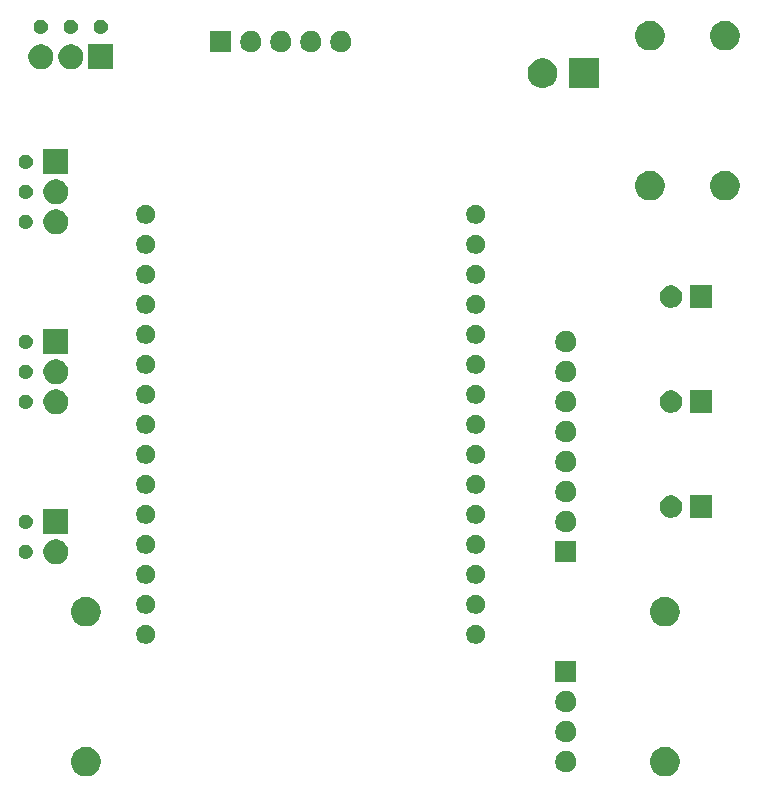
<source format=gbr>
G04 #@! TF.GenerationSoftware,KiCad,Pcbnew,(5.1.5)-3*
G04 #@! TF.CreationDate,2021-07-04T23:47:12+02:00*
G04 #@! TF.ProjectId,RGB_Treppe,5247425f-5472-4657-9070-652e6b696361,rev?*
G04 #@! TF.SameCoordinates,Original*
G04 #@! TF.FileFunction,Soldermask,Top*
G04 #@! TF.FilePolarity,Negative*
%FSLAX46Y46*%
G04 Gerber Fmt 4.6, Leading zero omitted, Abs format (unit mm)*
G04 Created by KiCad (PCBNEW (5.1.5)-3) date 2021-07-04 23:47:12*
%MOMM*%
%LPD*%
G04 APERTURE LIST*
%ADD10C,0.100000*%
G04 APERTURE END LIST*
D10*
G36*
X185276903Y-119447075D02*
G01*
X185504571Y-119541378D01*
X185709466Y-119678285D01*
X185883715Y-119852534D01*
X186020622Y-120057429D01*
X186114925Y-120285097D01*
X186163000Y-120526787D01*
X186163000Y-120773213D01*
X186114925Y-121014903D01*
X186020622Y-121242571D01*
X185883715Y-121447466D01*
X185709466Y-121621715D01*
X185504571Y-121758622D01*
X185504570Y-121758623D01*
X185504569Y-121758623D01*
X185276903Y-121852925D01*
X185035214Y-121901000D01*
X184788786Y-121901000D01*
X184547097Y-121852925D01*
X184319431Y-121758623D01*
X184319430Y-121758623D01*
X184319429Y-121758622D01*
X184114534Y-121621715D01*
X183940285Y-121447466D01*
X183803378Y-121242571D01*
X183709075Y-121014903D01*
X183661000Y-120773213D01*
X183661000Y-120526787D01*
X183709075Y-120285097D01*
X183803378Y-120057429D01*
X183940285Y-119852534D01*
X184114534Y-119678285D01*
X184319429Y-119541378D01*
X184547097Y-119447075D01*
X184788786Y-119399000D01*
X185035214Y-119399000D01*
X185276903Y-119447075D01*
G37*
G36*
X136254903Y-119447075D02*
G01*
X136482571Y-119541378D01*
X136687466Y-119678285D01*
X136861715Y-119852534D01*
X136998622Y-120057429D01*
X137092925Y-120285097D01*
X137141000Y-120526787D01*
X137141000Y-120773213D01*
X137092925Y-121014903D01*
X136998622Y-121242571D01*
X136861715Y-121447466D01*
X136687466Y-121621715D01*
X136482571Y-121758622D01*
X136482570Y-121758623D01*
X136482569Y-121758623D01*
X136254903Y-121852925D01*
X136013214Y-121901000D01*
X135766786Y-121901000D01*
X135525097Y-121852925D01*
X135297431Y-121758623D01*
X135297430Y-121758623D01*
X135297429Y-121758622D01*
X135092534Y-121621715D01*
X134918285Y-121447466D01*
X134781378Y-121242571D01*
X134687075Y-121014903D01*
X134639000Y-120773213D01*
X134639000Y-120526787D01*
X134687075Y-120285097D01*
X134781378Y-120057429D01*
X134918285Y-119852534D01*
X135092534Y-119678285D01*
X135297429Y-119541378D01*
X135525097Y-119447075D01*
X135766786Y-119399000D01*
X136013214Y-119399000D01*
X136254903Y-119447075D01*
G37*
G36*
X176643512Y-119753927D02*
G01*
X176792812Y-119783624D01*
X176956784Y-119851544D01*
X177104354Y-119950147D01*
X177229853Y-120075646D01*
X177328456Y-120223216D01*
X177396376Y-120387188D01*
X177431000Y-120561259D01*
X177431000Y-120738741D01*
X177396376Y-120912812D01*
X177328456Y-121076784D01*
X177229853Y-121224354D01*
X177104354Y-121349853D01*
X176956784Y-121448456D01*
X176792812Y-121516376D01*
X176643512Y-121546073D01*
X176618742Y-121551000D01*
X176441258Y-121551000D01*
X176416488Y-121546073D01*
X176267188Y-121516376D01*
X176103216Y-121448456D01*
X175955646Y-121349853D01*
X175830147Y-121224354D01*
X175731544Y-121076784D01*
X175663624Y-120912812D01*
X175629000Y-120738741D01*
X175629000Y-120561259D01*
X175663624Y-120387188D01*
X175731544Y-120223216D01*
X175830147Y-120075646D01*
X175955646Y-119950147D01*
X176103216Y-119851544D01*
X176267188Y-119783624D01*
X176416488Y-119753927D01*
X176441258Y-119749000D01*
X176618742Y-119749000D01*
X176643512Y-119753927D01*
G37*
G36*
X176643512Y-117213927D02*
G01*
X176792812Y-117243624D01*
X176956784Y-117311544D01*
X177104354Y-117410147D01*
X177229853Y-117535646D01*
X177328456Y-117683216D01*
X177396376Y-117847188D01*
X177431000Y-118021259D01*
X177431000Y-118198741D01*
X177396376Y-118372812D01*
X177328456Y-118536784D01*
X177229853Y-118684354D01*
X177104354Y-118809853D01*
X176956784Y-118908456D01*
X176792812Y-118976376D01*
X176643512Y-119006073D01*
X176618742Y-119011000D01*
X176441258Y-119011000D01*
X176416488Y-119006073D01*
X176267188Y-118976376D01*
X176103216Y-118908456D01*
X175955646Y-118809853D01*
X175830147Y-118684354D01*
X175731544Y-118536784D01*
X175663624Y-118372812D01*
X175629000Y-118198741D01*
X175629000Y-118021259D01*
X175663624Y-117847188D01*
X175731544Y-117683216D01*
X175830147Y-117535646D01*
X175955646Y-117410147D01*
X176103216Y-117311544D01*
X176267188Y-117243624D01*
X176416488Y-117213927D01*
X176441258Y-117209000D01*
X176618742Y-117209000D01*
X176643512Y-117213927D01*
G37*
G36*
X176643512Y-114673927D02*
G01*
X176792812Y-114703624D01*
X176956784Y-114771544D01*
X177104354Y-114870147D01*
X177229853Y-114995646D01*
X177328456Y-115143216D01*
X177396376Y-115307188D01*
X177431000Y-115481259D01*
X177431000Y-115658741D01*
X177396376Y-115832812D01*
X177328456Y-115996784D01*
X177229853Y-116144354D01*
X177104354Y-116269853D01*
X176956784Y-116368456D01*
X176792812Y-116436376D01*
X176643512Y-116466073D01*
X176618742Y-116471000D01*
X176441258Y-116471000D01*
X176416488Y-116466073D01*
X176267188Y-116436376D01*
X176103216Y-116368456D01*
X175955646Y-116269853D01*
X175830147Y-116144354D01*
X175731544Y-115996784D01*
X175663624Y-115832812D01*
X175629000Y-115658741D01*
X175629000Y-115481259D01*
X175663624Y-115307188D01*
X175731544Y-115143216D01*
X175830147Y-114995646D01*
X175955646Y-114870147D01*
X176103216Y-114771544D01*
X176267188Y-114703624D01*
X176416488Y-114673927D01*
X176441258Y-114669000D01*
X176618742Y-114669000D01*
X176643512Y-114673927D01*
G37*
G36*
X177431000Y-113931000D02*
G01*
X175629000Y-113931000D01*
X175629000Y-112129000D01*
X177431000Y-112129000D01*
X177431000Y-113931000D01*
G37*
G36*
X169147142Y-109073242D02*
G01*
X169295101Y-109134529D01*
X169428255Y-109223499D01*
X169541501Y-109336745D01*
X169630471Y-109469899D01*
X169691758Y-109617858D01*
X169723000Y-109774925D01*
X169723000Y-109935075D01*
X169691758Y-110092142D01*
X169630471Y-110240101D01*
X169541501Y-110373255D01*
X169428255Y-110486501D01*
X169295101Y-110575471D01*
X169147142Y-110636758D01*
X168990075Y-110668000D01*
X168829925Y-110668000D01*
X168672858Y-110636758D01*
X168524899Y-110575471D01*
X168391745Y-110486501D01*
X168278499Y-110373255D01*
X168189529Y-110240101D01*
X168128242Y-110092142D01*
X168097000Y-109935075D01*
X168097000Y-109774925D01*
X168128242Y-109617858D01*
X168189529Y-109469899D01*
X168278499Y-109336745D01*
X168391745Y-109223499D01*
X168524899Y-109134529D01*
X168672858Y-109073242D01*
X168829925Y-109042000D01*
X168990075Y-109042000D01*
X169147142Y-109073242D01*
G37*
G36*
X141207142Y-109073242D02*
G01*
X141355101Y-109134529D01*
X141488255Y-109223499D01*
X141601501Y-109336745D01*
X141690471Y-109469899D01*
X141751758Y-109617858D01*
X141783000Y-109774925D01*
X141783000Y-109935075D01*
X141751758Y-110092142D01*
X141690471Y-110240101D01*
X141601501Y-110373255D01*
X141488255Y-110486501D01*
X141355101Y-110575471D01*
X141207142Y-110636758D01*
X141050075Y-110668000D01*
X140889925Y-110668000D01*
X140732858Y-110636758D01*
X140584899Y-110575471D01*
X140451745Y-110486501D01*
X140338499Y-110373255D01*
X140249529Y-110240101D01*
X140188242Y-110092142D01*
X140157000Y-109935075D01*
X140157000Y-109774925D01*
X140188242Y-109617858D01*
X140249529Y-109469899D01*
X140338499Y-109336745D01*
X140451745Y-109223499D01*
X140584899Y-109134529D01*
X140732858Y-109073242D01*
X140889925Y-109042000D01*
X141050075Y-109042000D01*
X141207142Y-109073242D01*
G37*
G36*
X185276903Y-106747075D02*
G01*
X185396813Y-106796743D01*
X185504571Y-106841378D01*
X185709466Y-106978285D01*
X185883715Y-107152534D01*
X186020622Y-107357429D01*
X186020623Y-107357431D01*
X186114925Y-107585097D01*
X186137801Y-107700100D01*
X186163000Y-107826787D01*
X186163000Y-108073213D01*
X186114925Y-108314903D01*
X186020622Y-108542571D01*
X185883715Y-108747466D01*
X185709466Y-108921715D01*
X185504571Y-109058622D01*
X185504570Y-109058623D01*
X185504569Y-109058623D01*
X185276903Y-109152925D01*
X185035214Y-109201000D01*
X184788786Y-109201000D01*
X184547097Y-109152925D01*
X184319431Y-109058623D01*
X184319430Y-109058623D01*
X184319429Y-109058622D01*
X184114534Y-108921715D01*
X183940285Y-108747466D01*
X183803378Y-108542571D01*
X183709075Y-108314903D01*
X183661000Y-108073213D01*
X183661000Y-107826787D01*
X183686200Y-107700100D01*
X183709075Y-107585097D01*
X183803377Y-107357431D01*
X183803378Y-107357429D01*
X183940285Y-107152534D01*
X184114534Y-106978285D01*
X184319429Y-106841378D01*
X184427188Y-106796743D01*
X184547097Y-106747075D01*
X184788786Y-106699000D01*
X185035214Y-106699000D01*
X185276903Y-106747075D01*
G37*
G36*
X136254903Y-106747075D02*
G01*
X136374813Y-106796743D01*
X136482571Y-106841378D01*
X136687466Y-106978285D01*
X136861715Y-107152534D01*
X136998622Y-107357429D01*
X136998623Y-107357431D01*
X137092925Y-107585097D01*
X137115801Y-107700100D01*
X137141000Y-107826787D01*
X137141000Y-108073213D01*
X137092925Y-108314903D01*
X136998622Y-108542571D01*
X136861715Y-108747466D01*
X136687466Y-108921715D01*
X136482571Y-109058622D01*
X136482570Y-109058623D01*
X136482569Y-109058623D01*
X136254903Y-109152925D01*
X136013214Y-109201000D01*
X135766786Y-109201000D01*
X135525097Y-109152925D01*
X135297431Y-109058623D01*
X135297430Y-109058623D01*
X135297429Y-109058622D01*
X135092534Y-108921715D01*
X134918285Y-108747466D01*
X134781378Y-108542571D01*
X134687075Y-108314903D01*
X134639000Y-108073213D01*
X134639000Y-107826787D01*
X134664200Y-107700100D01*
X134687075Y-107585097D01*
X134781377Y-107357431D01*
X134781378Y-107357429D01*
X134918285Y-107152534D01*
X135092534Y-106978285D01*
X135297429Y-106841378D01*
X135405188Y-106796743D01*
X135525097Y-106747075D01*
X135766786Y-106699000D01*
X136013214Y-106699000D01*
X136254903Y-106747075D01*
G37*
G36*
X169147142Y-106533242D02*
G01*
X169295101Y-106594529D01*
X169428255Y-106683499D01*
X169541501Y-106796745D01*
X169630471Y-106929899D01*
X169691758Y-107077858D01*
X169723000Y-107234925D01*
X169723000Y-107395075D01*
X169691758Y-107552142D01*
X169630471Y-107700101D01*
X169541501Y-107833255D01*
X169428255Y-107946501D01*
X169295101Y-108035471D01*
X169147142Y-108096758D01*
X168990075Y-108128000D01*
X168829925Y-108128000D01*
X168672858Y-108096758D01*
X168524899Y-108035471D01*
X168391745Y-107946501D01*
X168278499Y-107833255D01*
X168189529Y-107700101D01*
X168128242Y-107552142D01*
X168097000Y-107395075D01*
X168097000Y-107234925D01*
X168128242Y-107077858D01*
X168189529Y-106929899D01*
X168278499Y-106796745D01*
X168391745Y-106683499D01*
X168524899Y-106594529D01*
X168672858Y-106533242D01*
X168829925Y-106502000D01*
X168990075Y-106502000D01*
X169147142Y-106533242D01*
G37*
G36*
X141207142Y-106533242D02*
G01*
X141355101Y-106594529D01*
X141488255Y-106683499D01*
X141601501Y-106796745D01*
X141690471Y-106929899D01*
X141751758Y-107077858D01*
X141783000Y-107234925D01*
X141783000Y-107395075D01*
X141751758Y-107552142D01*
X141690471Y-107700101D01*
X141601501Y-107833255D01*
X141488255Y-107946501D01*
X141355101Y-108035471D01*
X141207142Y-108096758D01*
X141050075Y-108128000D01*
X140889925Y-108128000D01*
X140732858Y-108096758D01*
X140584899Y-108035471D01*
X140451745Y-107946501D01*
X140338499Y-107833255D01*
X140249529Y-107700101D01*
X140188242Y-107552142D01*
X140157000Y-107395075D01*
X140157000Y-107234925D01*
X140188242Y-107077858D01*
X140249529Y-106929899D01*
X140338499Y-106796745D01*
X140451745Y-106683499D01*
X140584899Y-106594529D01*
X140732858Y-106533242D01*
X140889925Y-106502000D01*
X141050075Y-106502000D01*
X141207142Y-106533242D01*
G37*
G36*
X141207142Y-103993242D02*
G01*
X141355101Y-104054529D01*
X141488255Y-104143499D01*
X141601501Y-104256745D01*
X141690471Y-104389899D01*
X141751758Y-104537858D01*
X141783000Y-104694925D01*
X141783000Y-104855075D01*
X141751758Y-105012142D01*
X141690471Y-105160101D01*
X141601501Y-105293255D01*
X141488255Y-105406501D01*
X141355101Y-105495471D01*
X141207142Y-105556758D01*
X141050075Y-105588000D01*
X140889925Y-105588000D01*
X140732858Y-105556758D01*
X140584899Y-105495471D01*
X140451745Y-105406501D01*
X140338499Y-105293255D01*
X140249529Y-105160101D01*
X140188242Y-105012142D01*
X140157000Y-104855075D01*
X140157000Y-104694925D01*
X140188242Y-104537858D01*
X140249529Y-104389899D01*
X140338499Y-104256745D01*
X140451745Y-104143499D01*
X140584899Y-104054529D01*
X140732858Y-103993242D01*
X140889925Y-103962000D01*
X141050075Y-103962000D01*
X141207142Y-103993242D01*
G37*
G36*
X169147142Y-103993242D02*
G01*
X169295101Y-104054529D01*
X169428255Y-104143499D01*
X169541501Y-104256745D01*
X169630471Y-104389899D01*
X169691758Y-104537858D01*
X169723000Y-104694925D01*
X169723000Y-104855075D01*
X169691758Y-105012142D01*
X169630471Y-105160101D01*
X169541501Y-105293255D01*
X169428255Y-105406501D01*
X169295101Y-105495471D01*
X169147142Y-105556758D01*
X168990075Y-105588000D01*
X168829925Y-105588000D01*
X168672858Y-105556758D01*
X168524899Y-105495471D01*
X168391745Y-105406501D01*
X168278499Y-105293255D01*
X168189529Y-105160101D01*
X168128242Y-105012142D01*
X168097000Y-104855075D01*
X168097000Y-104694925D01*
X168128242Y-104537858D01*
X168189529Y-104389899D01*
X168278499Y-104256745D01*
X168391745Y-104143499D01*
X168524899Y-104054529D01*
X168672858Y-103993242D01*
X168829925Y-103962000D01*
X168990075Y-103962000D01*
X169147142Y-103993242D01*
G37*
G36*
X133656416Y-101859879D02*
G01*
X133847592Y-101939067D01*
X133847594Y-101939068D01*
X134019648Y-102054031D01*
X134165969Y-102200352D01*
X134257542Y-102337400D01*
X134280933Y-102372408D01*
X134360121Y-102563584D01*
X134400490Y-102766534D01*
X134400490Y-102973466D01*
X134360121Y-103176416D01*
X134328351Y-103253115D01*
X134280932Y-103367594D01*
X134165969Y-103539648D01*
X134019648Y-103685969D01*
X133847594Y-103800932D01*
X133847593Y-103800933D01*
X133847592Y-103800933D01*
X133656416Y-103880121D01*
X133453466Y-103920490D01*
X133246534Y-103920490D01*
X133043584Y-103880121D01*
X132852408Y-103800933D01*
X132852407Y-103800933D01*
X132852406Y-103800932D01*
X132680352Y-103685969D01*
X132534031Y-103539648D01*
X132419068Y-103367594D01*
X132371649Y-103253115D01*
X132339879Y-103176416D01*
X132299510Y-102973466D01*
X132299510Y-102766534D01*
X132339879Y-102563584D01*
X132419067Y-102372408D01*
X132442459Y-102337400D01*
X132534031Y-102200352D01*
X132680352Y-102054031D01*
X132852406Y-101939068D01*
X132852408Y-101939067D01*
X133043584Y-101859879D01*
X133246534Y-101819510D01*
X133453466Y-101819510D01*
X133656416Y-101859879D01*
G37*
G36*
X177431000Y-103771000D02*
G01*
X175629000Y-103771000D01*
X175629000Y-101969000D01*
X177431000Y-101969000D01*
X177431000Y-103771000D01*
G37*
G36*
X130946601Y-102284397D02*
G01*
X130985305Y-102292096D01*
X131017340Y-102305365D01*
X131094680Y-102337400D01*
X131193115Y-102403173D01*
X131276827Y-102486885D01*
X131342600Y-102585320D01*
X131357006Y-102620101D01*
X131387904Y-102694695D01*
X131411000Y-102810807D01*
X131411000Y-102929193D01*
X131387904Y-103045305D01*
X131374635Y-103077340D01*
X131342600Y-103154680D01*
X131276827Y-103253115D01*
X131193115Y-103336827D01*
X131094680Y-103402600D01*
X131017340Y-103434635D01*
X130985305Y-103447904D01*
X130946601Y-103455603D01*
X130869195Y-103471000D01*
X130750805Y-103471000D01*
X130673399Y-103455603D01*
X130634695Y-103447904D01*
X130602660Y-103434635D01*
X130525320Y-103402600D01*
X130426885Y-103336827D01*
X130343173Y-103253115D01*
X130277400Y-103154680D01*
X130245365Y-103077340D01*
X130232096Y-103045305D01*
X130209000Y-102929193D01*
X130209000Y-102810807D01*
X130232096Y-102694695D01*
X130262994Y-102620101D01*
X130277400Y-102585320D01*
X130343173Y-102486885D01*
X130426885Y-102403173D01*
X130525320Y-102337400D01*
X130602660Y-102305365D01*
X130634695Y-102292096D01*
X130673399Y-102284397D01*
X130750805Y-102269000D01*
X130869195Y-102269000D01*
X130946601Y-102284397D01*
G37*
G36*
X169147142Y-101453242D02*
G01*
X169295101Y-101514529D01*
X169428255Y-101603499D01*
X169541501Y-101716745D01*
X169630471Y-101849899D01*
X169691758Y-101997858D01*
X169723000Y-102154925D01*
X169723000Y-102315075D01*
X169691758Y-102472142D01*
X169630471Y-102620101D01*
X169541501Y-102753255D01*
X169428255Y-102866501D01*
X169295101Y-102955471D01*
X169147142Y-103016758D01*
X168990075Y-103048000D01*
X168829925Y-103048000D01*
X168672858Y-103016758D01*
X168524899Y-102955471D01*
X168391745Y-102866501D01*
X168278499Y-102753255D01*
X168189529Y-102620101D01*
X168128242Y-102472142D01*
X168097000Y-102315075D01*
X168097000Y-102154925D01*
X168128242Y-101997858D01*
X168189529Y-101849899D01*
X168278499Y-101716745D01*
X168391745Y-101603499D01*
X168524899Y-101514529D01*
X168672858Y-101453242D01*
X168829925Y-101422000D01*
X168990075Y-101422000D01*
X169147142Y-101453242D01*
G37*
G36*
X141207142Y-101453242D02*
G01*
X141355101Y-101514529D01*
X141488255Y-101603499D01*
X141601501Y-101716745D01*
X141690471Y-101849899D01*
X141751758Y-101997858D01*
X141783000Y-102154925D01*
X141783000Y-102315075D01*
X141751758Y-102472142D01*
X141690471Y-102620101D01*
X141601501Y-102753255D01*
X141488255Y-102866501D01*
X141355101Y-102955471D01*
X141207142Y-103016758D01*
X141050075Y-103048000D01*
X140889925Y-103048000D01*
X140732858Y-103016758D01*
X140584899Y-102955471D01*
X140451745Y-102866501D01*
X140338499Y-102753255D01*
X140249529Y-102620101D01*
X140188242Y-102472142D01*
X140157000Y-102315075D01*
X140157000Y-102154925D01*
X140188242Y-101997858D01*
X140249529Y-101849899D01*
X140338499Y-101716745D01*
X140451745Y-101603499D01*
X140584899Y-101514529D01*
X140732858Y-101453242D01*
X140889925Y-101422000D01*
X141050075Y-101422000D01*
X141207142Y-101453242D01*
G37*
G36*
X134400490Y-101380490D02*
G01*
X132299510Y-101380490D01*
X132299510Y-99279510D01*
X134400490Y-99279510D01*
X134400490Y-101380490D01*
G37*
G36*
X176643512Y-99433927D02*
G01*
X176792812Y-99463624D01*
X176956784Y-99531544D01*
X177104354Y-99630147D01*
X177229853Y-99755646D01*
X177328456Y-99903216D01*
X177396376Y-100067188D01*
X177431000Y-100241259D01*
X177431000Y-100418741D01*
X177396376Y-100592812D01*
X177328456Y-100756784D01*
X177229853Y-100904354D01*
X177104354Y-101029853D01*
X176956784Y-101128456D01*
X176792812Y-101196376D01*
X176643512Y-101226073D01*
X176618742Y-101231000D01*
X176441258Y-101231000D01*
X176416488Y-101226073D01*
X176267188Y-101196376D01*
X176103216Y-101128456D01*
X175955646Y-101029853D01*
X175830147Y-100904354D01*
X175731544Y-100756784D01*
X175663624Y-100592812D01*
X175629000Y-100418741D01*
X175629000Y-100241259D01*
X175663624Y-100067188D01*
X175731544Y-99903216D01*
X175830147Y-99755646D01*
X175955646Y-99630147D01*
X176103216Y-99531544D01*
X176267188Y-99463624D01*
X176416488Y-99433927D01*
X176441258Y-99429000D01*
X176618742Y-99429000D01*
X176643512Y-99433927D01*
G37*
G36*
X130946601Y-99744397D02*
G01*
X130985305Y-99752096D01*
X131017340Y-99765365D01*
X131094680Y-99797400D01*
X131193115Y-99863173D01*
X131276827Y-99946885D01*
X131342600Y-100045320D01*
X131387904Y-100154696D01*
X131411000Y-100270805D01*
X131411000Y-100389195D01*
X131395603Y-100466601D01*
X131387904Y-100505305D01*
X131374635Y-100537340D01*
X131342600Y-100614680D01*
X131276827Y-100713115D01*
X131193115Y-100796827D01*
X131094680Y-100862600D01*
X131017340Y-100894635D01*
X130985305Y-100907904D01*
X130946601Y-100915603D01*
X130869195Y-100931000D01*
X130750805Y-100931000D01*
X130673399Y-100915603D01*
X130634695Y-100907904D01*
X130602660Y-100894635D01*
X130525320Y-100862600D01*
X130426885Y-100796827D01*
X130343173Y-100713115D01*
X130277400Y-100614680D01*
X130245365Y-100537340D01*
X130232096Y-100505305D01*
X130224397Y-100466601D01*
X130209000Y-100389195D01*
X130209000Y-100270805D01*
X130232096Y-100154696D01*
X130277400Y-100045320D01*
X130343173Y-99946885D01*
X130426885Y-99863173D01*
X130525320Y-99797400D01*
X130602660Y-99765365D01*
X130634695Y-99752096D01*
X130673399Y-99744397D01*
X130750805Y-99729000D01*
X130869195Y-99729000D01*
X130946601Y-99744397D01*
G37*
G36*
X141207142Y-98913242D02*
G01*
X141355101Y-98974529D01*
X141488255Y-99063499D01*
X141601501Y-99176745D01*
X141690471Y-99309899D01*
X141751758Y-99457858D01*
X141783000Y-99614925D01*
X141783000Y-99775075D01*
X141751758Y-99932142D01*
X141690471Y-100080101D01*
X141601501Y-100213255D01*
X141488255Y-100326501D01*
X141355101Y-100415471D01*
X141207142Y-100476758D01*
X141050075Y-100508000D01*
X140889925Y-100508000D01*
X140732858Y-100476758D01*
X140584899Y-100415471D01*
X140451745Y-100326501D01*
X140338499Y-100213255D01*
X140249529Y-100080101D01*
X140188242Y-99932142D01*
X140157000Y-99775075D01*
X140157000Y-99614925D01*
X140188242Y-99457858D01*
X140249529Y-99309899D01*
X140338499Y-99176745D01*
X140451745Y-99063499D01*
X140584899Y-98974529D01*
X140732858Y-98913242D01*
X140889925Y-98882000D01*
X141050075Y-98882000D01*
X141207142Y-98913242D01*
G37*
G36*
X169147142Y-98913242D02*
G01*
X169295101Y-98974529D01*
X169428255Y-99063499D01*
X169541501Y-99176745D01*
X169630471Y-99309899D01*
X169691758Y-99457858D01*
X169723000Y-99614925D01*
X169723000Y-99775075D01*
X169691758Y-99932142D01*
X169630471Y-100080101D01*
X169541501Y-100213255D01*
X169428255Y-100326501D01*
X169295101Y-100415471D01*
X169147142Y-100476758D01*
X168990075Y-100508000D01*
X168829925Y-100508000D01*
X168672858Y-100476758D01*
X168524899Y-100415471D01*
X168391745Y-100326501D01*
X168278499Y-100213255D01*
X168189529Y-100080101D01*
X168128242Y-99932142D01*
X168097000Y-99775075D01*
X168097000Y-99614925D01*
X168128242Y-99457858D01*
X168189529Y-99309899D01*
X168278499Y-99176745D01*
X168391745Y-99063499D01*
X168524899Y-98974529D01*
X168672858Y-98913242D01*
X168829925Y-98882000D01*
X168990075Y-98882000D01*
X169147142Y-98913242D01*
G37*
G36*
X185697395Y-98145546D02*
G01*
X185870466Y-98217234D01*
X185870467Y-98217235D01*
X186026227Y-98321310D01*
X186158690Y-98453773D01*
X186158691Y-98453775D01*
X186262766Y-98609534D01*
X186334454Y-98782605D01*
X186371000Y-98966333D01*
X186371000Y-99153667D01*
X186334454Y-99337395D01*
X186262766Y-99510466D01*
X186262765Y-99510467D01*
X186158690Y-99666227D01*
X186026227Y-99798690D01*
X185947818Y-99851081D01*
X185870466Y-99902766D01*
X185697395Y-99974454D01*
X185513667Y-100011000D01*
X185326333Y-100011000D01*
X185142605Y-99974454D01*
X184969534Y-99902766D01*
X184892182Y-99851081D01*
X184813773Y-99798690D01*
X184681310Y-99666227D01*
X184577235Y-99510467D01*
X184577234Y-99510466D01*
X184505546Y-99337395D01*
X184469000Y-99153667D01*
X184469000Y-98966333D01*
X184505546Y-98782605D01*
X184577234Y-98609534D01*
X184681309Y-98453775D01*
X184681310Y-98453773D01*
X184813773Y-98321310D01*
X184969533Y-98217235D01*
X184969534Y-98217234D01*
X185142605Y-98145546D01*
X185326333Y-98109000D01*
X185513667Y-98109000D01*
X185697395Y-98145546D01*
G37*
G36*
X188911000Y-100011000D02*
G01*
X187009000Y-100011000D01*
X187009000Y-98109000D01*
X188911000Y-98109000D01*
X188911000Y-100011000D01*
G37*
G36*
X176643512Y-96893927D02*
G01*
X176792812Y-96923624D01*
X176956784Y-96991544D01*
X177104354Y-97090147D01*
X177229853Y-97215646D01*
X177328456Y-97363216D01*
X177396376Y-97527188D01*
X177431000Y-97701259D01*
X177431000Y-97878741D01*
X177396376Y-98052812D01*
X177328456Y-98216784D01*
X177229853Y-98364354D01*
X177104354Y-98489853D01*
X176956784Y-98588456D01*
X176792812Y-98656376D01*
X176643512Y-98686073D01*
X176618742Y-98691000D01*
X176441258Y-98691000D01*
X176416488Y-98686073D01*
X176267188Y-98656376D01*
X176103216Y-98588456D01*
X175955646Y-98489853D01*
X175830147Y-98364354D01*
X175731544Y-98216784D01*
X175663624Y-98052812D01*
X175629000Y-97878741D01*
X175629000Y-97701259D01*
X175663624Y-97527188D01*
X175731544Y-97363216D01*
X175830147Y-97215646D01*
X175955646Y-97090147D01*
X176103216Y-96991544D01*
X176267188Y-96923624D01*
X176416488Y-96893927D01*
X176441258Y-96889000D01*
X176618742Y-96889000D01*
X176643512Y-96893927D01*
G37*
G36*
X169147142Y-96373242D02*
G01*
X169295101Y-96434529D01*
X169428255Y-96523499D01*
X169541501Y-96636745D01*
X169630471Y-96769899D01*
X169691758Y-96917858D01*
X169723000Y-97074925D01*
X169723000Y-97235075D01*
X169691758Y-97392142D01*
X169630471Y-97540101D01*
X169541501Y-97673255D01*
X169428255Y-97786501D01*
X169295101Y-97875471D01*
X169147142Y-97936758D01*
X168990075Y-97968000D01*
X168829925Y-97968000D01*
X168672858Y-97936758D01*
X168524899Y-97875471D01*
X168391745Y-97786501D01*
X168278499Y-97673255D01*
X168189529Y-97540101D01*
X168128242Y-97392142D01*
X168097000Y-97235075D01*
X168097000Y-97074925D01*
X168128242Y-96917858D01*
X168189529Y-96769899D01*
X168278499Y-96636745D01*
X168391745Y-96523499D01*
X168524899Y-96434529D01*
X168672858Y-96373242D01*
X168829925Y-96342000D01*
X168990075Y-96342000D01*
X169147142Y-96373242D01*
G37*
G36*
X141207142Y-96373242D02*
G01*
X141355101Y-96434529D01*
X141488255Y-96523499D01*
X141601501Y-96636745D01*
X141690471Y-96769899D01*
X141751758Y-96917858D01*
X141783000Y-97074925D01*
X141783000Y-97235075D01*
X141751758Y-97392142D01*
X141690471Y-97540101D01*
X141601501Y-97673255D01*
X141488255Y-97786501D01*
X141355101Y-97875471D01*
X141207142Y-97936758D01*
X141050075Y-97968000D01*
X140889925Y-97968000D01*
X140732858Y-97936758D01*
X140584899Y-97875471D01*
X140451745Y-97786501D01*
X140338499Y-97673255D01*
X140249529Y-97540101D01*
X140188242Y-97392142D01*
X140157000Y-97235075D01*
X140157000Y-97074925D01*
X140188242Y-96917858D01*
X140249529Y-96769899D01*
X140338499Y-96636745D01*
X140451745Y-96523499D01*
X140584899Y-96434529D01*
X140732858Y-96373242D01*
X140889925Y-96342000D01*
X141050075Y-96342000D01*
X141207142Y-96373242D01*
G37*
G36*
X176643512Y-94353927D02*
G01*
X176792812Y-94383624D01*
X176956784Y-94451544D01*
X177104354Y-94550147D01*
X177229853Y-94675646D01*
X177328456Y-94823216D01*
X177396376Y-94987188D01*
X177431000Y-95161259D01*
X177431000Y-95338741D01*
X177396376Y-95512812D01*
X177328456Y-95676784D01*
X177229853Y-95824354D01*
X177104354Y-95949853D01*
X176956784Y-96048456D01*
X176792812Y-96116376D01*
X176643512Y-96146073D01*
X176618742Y-96151000D01*
X176441258Y-96151000D01*
X176416488Y-96146073D01*
X176267188Y-96116376D01*
X176103216Y-96048456D01*
X175955646Y-95949853D01*
X175830147Y-95824354D01*
X175731544Y-95676784D01*
X175663624Y-95512812D01*
X175629000Y-95338741D01*
X175629000Y-95161259D01*
X175663624Y-94987188D01*
X175731544Y-94823216D01*
X175830147Y-94675646D01*
X175955646Y-94550147D01*
X176103216Y-94451544D01*
X176267188Y-94383624D01*
X176416488Y-94353927D01*
X176441258Y-94349000D01*
X176618742Y-94349000D01*
X176643512Y-94353927D01*
G37*
G36*
X169147142Y-93833242D02*
G01*
X169295101Y-93894529D01*
X169428255Y-93983499D01*
X169541501Y-94096745D01*
X169630471Y-94229899D01*
X169691758Y-94377858D01*
X169723000Y-94534925D01*
X169723000Y-94695075D01*
X169691758Y-94852142D01*
X169630471Y-95000101D01*
X169541501Y-95133255D01*
X169428255Y-95246501D01*
X169295101Y-95335471D01*
X169147142Y-95396758D01*
X168990075Y-95428000D01*
X168829925Y-95428000D01*
X168672858Y-95396758D01*
X168524899Y-95335471D01*
X168391745Y-95246501D01*
X168278499Y-95133255D01*
X168189529Y-95000101D01*
X168128242Y-94852142D01*
X168097000Y-94695075D01*
X168097000Y-94534925D01*
X168128242Y-94377858D01*
X168189529Y-94229899D01*
X168278499Y-94096745D01*
X168391745Y-93983499D01*
X168524899Y-93894529D01*
X168672858Y-93833242D01*
X168829925Y-93802000D01*
X168990075Y-93802000D01*
X169147142Y-93833242D01*
G37*
G36*
X141207142Y-93833242D02*
G01*
X141355101Y-93894529D01*
X141488255Y-93983499D01*
X141601501Y-94096745D01*
X141690471Y-94229899D01*
X141751758Y-94377858D01*
X141783000Y-94534925D01*
X141783000Y-94695075D01*
X141751758Y-94852142D01*
X141690471Y-95000101D01*
X141601501Y-95133255D01*
X141488255Y-95246501D01*
X141355101Y-95335471D01*
X141207142Y-95396758D01*
X141050075Y-95428000D01*
X140889925Y-95428000D01*
X140732858Y-95396758D01*
X140584899Y-95335471D01*
X140451745Y-95246501D01*
X140338499Y-95133255D01*
X140249529Y-95000101D01*
X140188242Y-94852142D01*
X140157000Y-94695075D01*
X140157000Y-94534925D01*
X140188242Y-94377858D01*
X140249529Y-94229899D01*
X140338499Y-94096745D01*
X140451745Y-93983499D01*
X140584899Y-93894529D01*
X140732858Y-93833242D01*
X140889925Y-93802000D01*
X141050075Y-93802000D01*
X141207142Y-93833242D01*
G37*
G36*
X176643512Y-91813927D02*
G01*
X176792812Y-91843624D01*
X176956784Y-91911544D01*
X177104354Y-92010147D01*
X177229853Y-92135646D01*
X177328456Y-92283216D01*
X177396376Y-92447188D01*
X177431000Y-92621259D01*
X177431000Y-92798741D01*
X177396376Y-92972812D01*
X177328456Y-93136784D01*
X177229853Y-93284354D01*
X177104354Y-93409853D01*
X176956784Y-93508456D01*
X176792812Y-93576376D01*
X176643512Y-93606073D01*
X176618742Y-93611000D01*
X176441258Y-93611000D01*
X176416488Y-93606073D01*
X176267188Y-93576376D01*
X176103216Y-93508456D01*
X175955646Y-93409853D01*
X175830147Y-93284354D01*
X175731544Y-93136784D01*
X175663624Y-92972812D01*
X175629000Y-92798741D01*
X175629000Y-92621259D01*
X175663624Y-92447188D01*
X175731544Y-92283216D01*
X175830147Y-92135646D01*
X175955646Y-92010147D01*
X176103216Y-91911544D01*
X176267188Y-91843624D01*
X176416488Y-91813927D01*
X176441258Y-91809000D01*
X176618742Y-91809000D01*
X176643512Y-91813927D01*
G37*
G36*
X141207142Y-91293242D02*
G01*
X141355101Y-91354529D01*
X141488255Y-91443499D01*
X141601501Y-91556745D01*
X141690471Y-91689899D01*
X141751758Y-91837858D01*
X141783000Y-91994925D01*
X141783000Y-92155075D01*
X141751758Y-92312142D01*
X141690471Y-92460101D01*
X141601501Y-92593255D01*
X141488255Y-92706501D01*
X141355101Y-92795471D01*
X141207142Y-92856758D01*
X141050075Y-92888000D01*
X140889925Y-92888000D01*
X140732858Y-92856758D01*
X140584899Y-92795471D01*
X140451745Y-92706501D01*
X140338499Y-92593255D01*
X140249529Y-92460101D01*
X140188242Y-92312142D01*
X140157000Y-92155075D01*
X140157000Y-91994925D01*
X140188242Y-91837858D01*
X140249529Y-91689899D01*
X140338499Y-91556745D01*
X140451745Y-91443499D01*
X140584899Y-91354529D01*
X140732858Y-91293242D01*
X140889925Y-91262000D01*
X141050075Y-91262000D01*
X141207142Y-91293242D01*
G37*
G36*
X169147142Y-91293242D02*
G01*
X169295101Y-91354529D01*
X169428255Y-91443499D01*
X169541501Y-91556745D01*
X169630471Y-91689899D01*
X169691758Y-91837858D01*
X169723000Y-91994925D01*
X169723000Y-92155075D01*
X169691758Y-92312142D01*
X169630471Y-92460101D01*
X169541501Y-92593255D01*
X169428255Y-92706501D01*
X169295101Y-92795471D01*
X169147142Y-92856758D01*
X168990075Y-92888000D01*
X168829925Y-92888000D01*
X168672858Y-92856758D01*
X168524899Y-92795471D01*
X168391745Y-92706501D01*
X168278499Y-92593255D01*
X168189529Y-92460101D01*
X168128242Y-92312142D01*
X168097000Y-92155075D01*
X168097000Y-91994925D01*
X168128242Y-91837858D01*
X168189529Y-91689899D01*
X168278499Y-91556745D01*
X168391745Y-91443499D01*
X168524899Y-91354529D01*
X168672858Y-91293242D01*
X168829925Y-91262000D01*
X168990075Y-91262000D01*
X169147142Y-91293242D01*
G37*
G36*
X133656416Y-89159879D02*
G01*
X133847592Y-89239067D01*
X133847594Y-89239068D01*
X134019648Y-89354031D01*
X134165969Y-89500352D01*
X134257542Y-89637400D01*
X134280933Y-89672408D01*
X134360121Y-89863584D01*
X134400490Y-90066534D01*
X134400490Y-90273466D01*
X134360121Y-90476416D01*
X134300453Y-90620466D01*
X134280932Y-90667594D01*
X134165969Y-90839648D01*
X134019648Y-90985969D01*
X133847594Y-91100932D01*
X133847593Y-91100933D01*
X133847592Y-91100933D01*
X133656416Y-91180121D01*
X133453466Y-91220490D01*
X133246534Y-91220490D01*
X133043584Y-91180121D01*
X132852408Y-91100933D01*
X132852407Y-91100933D01*
X132852406Y-91100932D01*
X132680352Y-90985969D01*
X132534031Y-90839648D01*
X132419068Y-90667594D01*
X132399547Y-90620466D01*
X132339879Y-90476416D01*
X132299510Y-90273466D01*
X132299510Y-90066534D01*
X132339879Y-89863584D01*
X132419067Y-89672408D01*
X132442459Y-89637400D01*
X132534031Y-89500352D01*
X132680352Y-89354031D01*
X132852406Y-89239068D01*
X132852408Y-89239067D01*
X133043584Y-89159879D01*
X133246534Y-89119510D01*
X133453466Y-89119510D01*
X133656416Y-89159879D01*
G37*
G36*
X188911000Y-91121000D02*
G01*
X187009000Y-91121000D01*
X187009000Y-89219000D01*
X188911000Y-89219000D01*
X188911000Y-91121000D01*
G37*
G36*
X185697395Y-89255546D02*
G01*
X185870466Y-89327234D01*
X185870467Y-89327235D01*
X186026227Y-89431310D01*
X186158690Y-89563773D01*
X186177615Y-89592096D01*
X186262766Y-89719534D01*
X186334454Y-89892605D01*
X186371000Y-90076333D01*
X186371000Y-90263667D01*
X186334454Y-90447395D01*
X186262766Y-90620466D01*
X186262765Y-90620467D01*
X186158690Y-90776227D01*
X186026227Y-90908690D01*
X185947818Y-90961081D01*
X185870466Y-91012766D01*
X185697395Y-91084454D01*
X185513667Y-91121000D01*
X185326333Y-91121000D01*
X185142605Y-91084454D01*
X184969534Y-91012766D01*
X184892182Y-90961081D01*
X184813773Y-90908690D01*
X184681310Y-90776227D01*
X184577235Y-90620467D01*
X184577234Y-90620466D01*
X184505546Y-90447395D01*
X184469000Y-90263667D01*
X184469000Y-90076333D01*
X184505546Y-89892605D01*
X184577234Y-89719534D01*
X184662385Y-89592096D01*
X184681310Y-89563773D01*
X184813773Y-89431310D01*
X184969533Y-89327235D01*
X184969534Y-89327234D01*
X185142605Y-89255546D01*
X185326333Y-89219000D01*
X185513667Y-89219000D01*
X185697395Y-89255546D01*
G37*
G36*
X176643512Y-89273927D02*
G01*
X176792812Y-89303624D01*
X176956784Y-89371544D01*
X177104354Y-89470147D01*
X177229853Y-89595646D01*
X177328456Y-89743216D01*
X177396376Y-89907188D01*
X177425430Y-90053255D01*
X177431000Y-90081258D01*
X177431000Y-90258742D01*
X177428071Y-90273466D01*
X177396376Y-90432812D01*
X177328456Y-90596784D01*
X177229853Y-90744354D01*
X177104354Y-90869853D01*
X176956784Y-90968456D01*
X176792812Y-91036376D01*
X176643512Y-91066073D01*
X176618742Y-91071000D01*
X176441258Y-91071000D01*
X176416488Y-91066073D01*
X176267188Y-91036376D01*
X176103216Y-90968456D01*
X175955646Y-90869853D01*
X175830147Y-90744354D01*
X175731544Y-90596784D01*
X175663624Y-90432812D01*
X175631929Y-90273466D01*
X175629000Y-90258742D01*
X175629000Y-90081258D01*
X175634570Y-90053255D01*
X175663624Y-89907188D01*
X175731544Y-89743216D01*
X175830147Y-89595646D01*
X175955646Y-89470147D01*
X176103216Y-89371544D01*
X176267188Y-89303624D01*
X176416488Y-89273927D01*
X176441258Y-89269000D01*
X176618742Y-89269000D01*
X176643512Y-89273927D01*
G37*
G36*
X130946601Y-89584397D02*
G01*
X130985305Y-89592096D01*
X131017340Y-89605365D01*
X131094680Y-89637400D01*
X131193115Y-89703173D01*
X131276827Y-89786885D01*
X131342600Y-89885320D01*
X131387904Y-89994696D01*
X131411000Y-90110805D01*
X131411000Y-90229195D01*
X131404143Y-90263665D01*
X131387904Y-90345305D01*
X131374635Y-90377340D01*
X131342600Y-90454680D01*
X131276827Y-90553115D01*
X131193115Y-90636827D01*
X131094680Y-90702600D01*
X131017340Y-90734635D01*
X130985305Y-90747904D01*
X130946601Y-90755603D01*
X130869195Y-90771000D01*
X130750805Y-90771000D01*
X130673399Y-90755603D01*
X130634695Y-90747904D01*
X130602660Y-90734635D01*
X130525320Y-90702600D01*
X130426885Y-90636827D01*
X130343173Y-90553115D01*
X130277400Y-90454680D01*
X130245365Y-90377340D01*
X130232096Y-90345305D01*
X130215857Y-90263665D01*
X130209000Y-90229195D01*
X130209000Y-90110805D01*
X130232096Y-89994696D01*
X130277400Y-89885320D01*
X130343173Y-89786885D01*
X130426885Y-89703173D01*
X130525320Y-89637400D01*
X130602660Y-89605365D01*
X130634695Y-89592096D01*
X130673399Y-89584397D01*
X130750805Y-89569000D01*
X130869195Y-89569000D01*
X130946601Y-89584397D01*
G37*
G36*
X169147142Y-88753242D02*
G01*
X169295101Y-88814529D01*
X169428255Y-88903499D01*
X169541501Y-89016745D01*
X169630471Y-89149899D01*
X169691758Y-89297858D01*
X169723000Y-89454925D01*
X169723000Y-89615075D01*
X169691758Y-89772142D01*
X169630471Y-89920101D01*
X169541501Y-90053255D01*
X169428255Y-90166501D01*
X169295101Y-90255471D01*
X169147142Y-90316758D01*
X168990075Y-90348000D01*
X168829925Y-90348000D01*
X168672858Y-90316758D01*
X168524899Y-90255471D01*
X168391745Y-90166501D01*
X168278499Y-90053255D01*
X168189529Y-89920101D01*
X168128242Y-89772142D01*
X168097000Y-89615075D01*
X168097000Y-89454925D01*
X168128242Y-89297858D01*
X168189529Y-89149899D01*
X168278499Y-89016745D01*
X168391745Y-88903499D01*
X168524899Y-88814529D01*
X168672858Y-88753242D01*
X168829925Y-88722000D01*
X168990075Y-88722000D01*
X169147142Y-88753242D01*
G37*
G36*
X141207142Y-88753242D02*
G01*
X141355101Y-88814529D01*
X141488255Y-88903499D01*
X141601501Y-89016745D01*
X141690471Y-89149899D01*
X141751758Y-89297858D01*
X141783000Y-89454925D01*
X141783000Y-89615075D01*
X141751758Y-89772142D01*
X141690471Y-89920101D01*
X141601501Y-90053255D01*
X141488255Y-90166501D01*
X141355101Y-90255471D01*
X141207142Y-90316758D01*
X141050075Y-90348000D01*
X140889925Y-90348000D01*
X140732858Y-90316758D01*
X140584899Y-90255471D01*
X140451745Y-90166501D01*
X140338499Y-90053255D01*
X140249529Y-89920101D01*
X140188242Y-89772142D01*
X140157000Y-89615075D01*
X140157000Y-89454925D01*
X140188242Y-89297858D01*
X140249529Y-89149899D01*
X140338499Y-89016745D01*
X140451745Y-88903499D01*
X140584899Y-88814529D01*
X140732858Y-88753242D01*
X140889925Y-88722000D01*
X141050075Y-88722000D01*
X141207142Y-88753242D01*
G37*
G36*
X133656416Y-86619879D02*
G01*
X133847592Y-86699067D01*
X133847594Y-86699068D01*
X134019648Y-86814031D01*
X134165969Y-86960352D01*
X134257542Y-87097400D01*
X134280933Y-87132408D01*
X134360121Y-87323584D01*
X134400490Y-87526534D01*
X134400490Y-87733466D01*
X134360121Y-87936416D01*
X134293676Y-88096827D01*
X134280932Y-88127594D01*
X134165969Y-88299648D01*
X134019648Y-88445969D01*
X133847594Y-88560932D01*
X133847593Y-88560933D01*
X133847592Y-88560933D01*
X133656416Y-88640121D01*
X133453466Y-88680490D01*
X133246534Y-88680490D01*
X133043584Y-88640121D01*
X132852408Y-88560933D01*
X132852407Y-88560933D01*
X132852406Y-88560932D01*
X132680352Y-88445969D01*
X132534031Y-88299648D01*
X132419068Y-88127594D01*
X132406324Y-88096827D01*
X132339879Y-87936416D01*
X132299510Y-87733466D01*
X132299510Y-87526534D01*
X132339879Y-87323584D01*
X132419067Y-87132408D01*
X132442459Y-87097400D01*
X132534031Y-86960352D01*
X132680352Y-86814031D01*
X132852406Y-86699068D01*
X132852408Y-86699067D01*
X133043584Y-86619879D01*
X133246534Y-86579510D01*
X133453466Y-86579510D01*
X133656416Y-86619879D01*
G37*
G36*
X176643512Y-86733927D02*
G01*
X176792812Y-86763624D01*
X176956784Y-86831544D01*
X177104354Y-86930147D01*
X177229853Y-87055646D01*
X177328456Y-87203216D01*
X177396376Y-87367188D01*
X177425430Y-87513255D01*
X177431000Y-87541258D01*
X177431000Y-87718742D01*
X177428071Y-87733466D01*
X177396376Y-87892812D01*
X177328456Y-88056784D01*
X177229853Y-88204354D01*
X177104354Y-88329853D01*
X176956784Y-88428456D01*
X176792812Y-88496376D01*
X176643512Y-88526073D01*
X176618742Y-88531000D01*
X176441258Y-88531000D01*
X176416488Y-88526073D01*
X176267188Y-88496376D01*
X176103216Y-88428456D01*
X175955646Y-88329853D01*
X175830147Y-88204354D01*
X175731544Y-88056784D01*
X175663624Y-87892812D01*
X175631929Y-87733466D01*
X175629000Y-87718742D01*
X175629000Y-87541258D01*
X175634570Y-87513255D01*
X175663624Y-87367188D01*
X175731544Y-87203216D01*
X175830147Y-87055646D01*
X175955646Y-86930147D01*
X176103216Y-86831544D01*
X176267188Y-86763624D01*
X176416488Y-86733927D01*
X176441258Y-86729000D01*
X176618742Y-86729000D01*
X176643512Y-86733927D01*
G37*
G36*
X130946601Y-87044397D02*
G01*
X130985305Y-87052096D01*
X131017340Y-87065365D01*
X131094680Y-87097400D01*
X131193115Y-87163173D01*
X131276827Y-87246885D01*
X131342600Y-87345320D01*
X131387904Y-87454696D01*
X131411000Y-87570805D01*
X131411000Y-87689195D01*
X131402194Y-87733464D01*
X131387904Y-87805305D01*
X131374635Y-87837340D01*
X131342600Y-87914680D01*
X131276827Y-88013115D01*
X131193115Y-88096827D01*
X131094680Y-88162600D01*
X131017340Y-88194635D01*
X130985305Y-88207904D01*
X130946601Y-88215603D01*
X130869195Y-88231000D01*
X130750805Y-88231000D01*
X130673399Y-88215603D01*
X130634695Y-88207904D01*
X130602660Y-88194635D01*
X130525320Y-88162600D01*
X130426885Y-88096827D01*
X130343173Y-88013115D01*
X130277400Y-87914680D01*
X130245365Y-87837340D01*
X130232096Y-87805305D01*
X130217806Y-87733464D01*
X130209000Y-87689195D01*
X130209000Y-87570805D01*
X130232096Y-87454696D01*
X130277400Y-87345320D01*
X130343173Y-87246885D01*
X130426885Y-87163173D01*
X130525320Y-87097400D01*
X130602660Y-87065365D01*
X130634695Y-87052096D01*
X130673399Y-87044397D01*
X130750805Y-87029000D01*
X130869195Y-87029000D01*
X130946601Y-87044397D01*
G37*
G36*
X141207142Y-86213242D02*
G01*
X141355101Y-86274529D01*
X141488255Y-86363499D01*
X141601501Y-86476745D01*
X141690471Y-86609899D01*
X141751758Y-86757858D01*
X141783000Y-86914925D01*
X141783000Y-87075075D01*
X141751758Y-87232142D01*
X141690471Y-87380101D01*
X141601501Y-87513255D01*
X141488255Y-87626501D01*
X141355101Y-87715471D01*
X141207142Y-87776758D01*
X141050075Y-87808000D01*
X140889925Y-87808000D01*
X140732858Y-87776758D01*
X140584899Y-87715471D01*
X140451745Y-87626501D01*
X140338499Y-87513255D01*
X140249529Y-87380101D01*
X140188242Y-87232142D01*
X140157000Y-87075075D01*
X140157000Y-86914925D01*
X140188242Y-86757858D01*
X140249529Y-86609899D01*
X140338499Y-86476745D01*
X140451745Y-86363499D01*
X140584899Y-86274529D01*
X140732858Y-86213242D01*
X140889925Y-86182000D01*
X141050075Y-86182000D01*
X141207142Y-86213242D01*
G37*
G36*
X169147142Y-86213242D02*
G01*
X169295101Y-86274529D01*
X169428255Y-86363499D01*
X169541501Y-86476745D01*
X169630471Y-86609899D01*
X169691758Y-86757858D01*
X169723000Y-86914925D01*
X169723000Y-87075075D01*
X169691758Y-87232142D01*
X169630471Y-87380101D01*
X169541501Y-87513255D01*
X169428255Y-87626501D01*
X169295101Y-87715471D01*
X169147142Y-87776758D01*
X168990075Y-87808000D01*
X168829925Y-87808000D01*
X168672858Y-87776758D01*
X168524899Y-87715471D01*
X168391745Y-87626501D01*
X168278499Y-87513255D01*
X168189529Y-87380101D01*
X168128242Y-87232142D01*
X168097000Y-87075075D01*
X168097000Y-86914925D01*
X168128242Y-86757858D01*
X168189529Y-86609899D01*
X168278499Y-86476745D01*
X168391745Y-86363499D01*
X168524899Y-86274529D01*
X168672858Y-86213242D01*
X168829925Y-86182000D01*
X168990075Y-86182000D01*
X169147142Y-86213242D01*
G37*
G36*
X134400490Y-86140490D02*
G01*
X132299510Y-86140490D01*
X132299510Y-84039510D01*
X134400490Y-84039510D01*
X134400490Y-86140490D01*
G37*
G36*
X176643512Y-84193927D02*
G01*
X176792812Y-84223624D01*
X176956784Y-84291544D01*
X177104354Y-84390147D01*
X177229853Y-84515646D01*
X177328456Y-84663216D01*
X177396376Y-84827188D01*
X177431000Y-85001259D01*
X177431000Y-85178741D01*
X177396376Y-85352812D01*
X177328456Y-85516784D01*
X177229853Y-85664354D01*
X177104354Y-85789853D01*
X176956784Y-85888456D01*
X176792812Y-85956376D01*
X176643512Y-85986073D01*
X176618742Y-85991000D01*
X176441258Y-85991000D01*
X176416488Y-85986073D01*
X176267188Y-85956376D01*
X176103216Y-85888456D01*
X175955646Y-85789853D01*
X175830147Y-85664354D01*
X175731544Y-85516784D01*
X175663624Y-85352812D01*
X175629000Y-85178741D01*
X175629000Y-85001259D01*
X175663624Y-84827188D01*
X175731544Y-84663216D01*
X175830147Y-84515646D01*
X175955646Y-84390147D01*
X176103216Y-84291544D01*
X176267188Y-84223624D01*
X176416488Y-84193927D01*
X176441258Y-84189000D01*
X176618742Y-84189000D01*
X176643512Y-84193927D01*
G37*
G36*
X130946601Y-84504397D02*
G01*
X130985305Y-84512096D01*
X131017340Y-84525365D01*
X131094680Y-84557400D01*
X131193115Y-84623173D01*
X131276827Y-84706885D01*
X131342600Y-84805320D01*
X131387904Y-84914696D01*
X131411000Y-85030805D01*
X131411000Y-85149195D01*
X131395603Y-85226601D01*
X131387904Y-85265305D01*
X131374635Y-85297340D01*
X131342600Y-85374680D01*
X131276827Y-85473115D01*
X131193115Y-85556827D01*
X131094680Y-85622600D01*
X131017340Y-85654635D01*
X130985305Y-85667904D01*
X130946601Y-85675603D01*
X130869195Y-85691000D01*
X130750805Y-85691000D01*
X130673399Y-85675603D01*
X130634695Y-85667904D01*
X130602660Y-85654635D01*
X130525320Y-85622600D01*
X130426885Y-85556827D01*
X130343173Y-85473115D01*
X130277400Y-85374680D01*
X130245365Y-85297340D01*
X130232096Y-85265305D01*
X130224397Y-85226601D01*
X130209000Y-85149195D01*
X130209000Y-85030805D01*
X130232096Y-84914696D01*
X130277400Y-84805320D01*
X130343173Y-84706885D01*
X130426885Y-84623173D01*
X130525320Y-84557400D01*
X130602660Y-84525365D01*
X130634695Y-84512096D01*
X130673399Y-84504397D01*
X130750805Y-84489000D01*
X130869195Y-84489000D01*
X130946601Y-84504397D01*
G37*
G36*
X169147142Y-83673242D02*
G01*
X169295101Y-83734529D01*
X169428255Y-83823499D01*
X169541501Y-83936745D01*
X169630471Y-84069899D01*
X169691758Y-84217858D01*
X169723000Y-84374925D01*
X169723000Y-84535075D01*
X169691758Y-84692142D01*
X169630471Y-84840101D01*
X169541501Y-84973255D01*
X169428255Y-85086501D01*
X169295101Y-85175471D01*
X169147142Y-85236758D01*
X168990075Y-85268000D01*
X168829925Y-85268000D01*
X168672858Y-85236758D01*
X168524899Y-85175471D01*
X168391745Y-85086501D01*
X168278499Y-84973255D01*
X168189529Y-84840101D01*
X168128242Y-84692142D01*
X168097000Y-84535075D01*
X168097000Y-84374925D01*
X168128242Y-84217858D01*
X168189529Y-84069899D01*
X168278499Y-83936745D01*
X168391745Y-83823499D01*
X168524899Y-83734529D01*
X168672858Y-83673242D01*
X168829925Y-83642000D01*
X168990075Y-83642000D01*
X169147142Y-83673242D01*
G37*
G36*
X141207142Y-83673242D02*
G01*
X141355101Y-83734529D01*
X141488255Y-83823499D01*
X141601501Y-83936745D01*
X141690471Y-84069899D01*
X141751758Y-84217858D01*
X141783000Y-84374925D01*
X141783000Y-84535075D01*
X141751758Y-84692142D01*
X141690471Y-84840101D01*
X141601501Y-84973255D01*
X141488255Y-85086501D01*
X141355101Y-85175471D01*
X141207142Y-85236758D01*
X141050075Y-85268000D01*
X140889925Y-85268000D01*
X140732858Y-85236758D01*
X140584899Y-85175471D01*
X140451745Y-85086501D01*
X140338499Y-84973255D01*
X140249529Y-84840101D01*
X140188242Y-84692142D01*
X140157000Y-84535075D01*
X140157000Y-84374925D01*
X140188242Y-84217858D01*
X140249529Y-84069899D01*
X140338499Y-83936745D01*
X140451745Y-83823499D01*
X140584899Y-83734529D01*
X140732858Y-83673242D01*
X140889925Y-83642000D01*
X141050075Y-83642000D01*
X141207142Y-83673242D01*
G37*
G36*
X169147142Y-81133242D02*
G01*
X169295101Y-81194529D01*
X169428255Y-81283499D01*
X169541501Y-81396745D01*
X169630471Y-81529899D01*
X169691758Y-81677858D01*
X169723000Y-81834925D01*
X169723000Y-81995075D01*
X169691758Y-82152142D01*
X169630471Y-82300101D01*
X169541501Y-82433255D01*
X169428255Y-82546501D01*
X169295101Y-82635471D01*
X169147142Y-82696758D01*
X168990075Y-82728000D01*
X168829925Y-82728000D01*
X168672858Y-82696758D01*
X168524899Y-82635471D01*
X168391745Y-82546501D01*
X168278499Y-82433255D01*
X168189529Y-82300101D01*
X168128242Y-82152142D01*
X168097000Y-81995075D01*
X168097000Y-81834925D01*
X168128242Y-81677858D01*
X168189529Y-81529899D01*
X168278499Y-81396745D01*
X168391745Y-81283499D01*
X168524899Y-81194529D01*
X168672858Y-81133242D01*
X168829925Y-81102000D01*
X168990075Y-81102000D01*
X169147142Y-81133242D01*
G37*
G36*
X141207142Y-81133242D02*
G01*
X141355101Y-81194529D01*
X141488255Y-81283499D01*
X141601501Y-81396745D01*
X141690471Y-81529899D01*
X141751758Y-81677858D01*
X141783000Y-81834925D01*
X141783000Y-81995075D01*
X141751758Y-82152142D01*
X141690471Y-82300101D01*
X141601501Y-82433255D01*
X141488255Y-82546501D01*
X141355101Y-82635471D01*
X141207142Y-82696758D01*
X141050075Y-82728000D01*
X140889925Y-82728000D01*
X140732858Y-82696758D01*
X140584899Y-82635471D01*
X140451745Y-82546501D01*
X140338499Y-82433255D01*
X140249529Y-82300101D01*
X140188242Y-82152142D01*
X140157000Y-81995075D01*
X140157000Y-81834925D01*
X140188242Y-81677858D01*
X140249529Y-81529899D01*
X140338499Y-81396745D01*
X140451745Y-81283499D01*
X140584899Y-81194529D01*
X140732858Y-81133242D01*
X140889925Y-81102000D01*
X141050075Y-81102000D01*
X141207142Y-81133242D01*
G37*
G36*
X188911000Y-82231000D02*
G01*
X187009000Y-82231000D01*
X187009000Y-80329000D01*
X188911000Y-80329000D01*
X188911000Y-82231000D01*
G37*
G36*
X185697395Y-80365546D02*
G01*
X185870466Y-80437234D01*
X185870467Y-80437235D01*
X186026227Y-80541310D01*
X186158690Y-80673773D01*
X186158691Y-80673775D01*
X186262766Y-80829534D01*
X186334454Y-81002605D01*
X186371000Y-81186333D01*
X186371000Y-81373667D01*
X186334454Y-81557395D01*
X186262766Y-81730466D01*
X186262765Y-81730467D01*
X186158690Y-81886227D01*
X186026227Y-82018690D01*
X185947818Y-82071081D01*
X185870466Y-82122766D01*
X185697395Y-82194454D01*
X185513667Y-82231000D01*
X185326333Y-82231000D01*
X185142605Y-82194454D01*
X184969534Y-82122766D01*
X184892182Y-82071081D01*
X184813773Y-82018690D01*
X184681310Y-81886227D01*
X184577235Y-81730467D01*
X184577234Y-81730466D01*
X184505546Y-81557395D01*
X184469000Y-81373667D01*
X184469000Y-81186333D01*
X184505546Y-81002605D01*
X184577234Y-80829534D01*
X184681309Y-80673775D01*
X184681310Y-80673773D01*
X184813773Y-80541310D01*
X184969533Y-80437235D01*
X184969534Y-80437234D01*
X185142605Y-80365546D01*
X185326333Y-80329000D01*
X185513667Y-80329000D01*
X185697395Y-80365546D01*
G37*
G36*
X169147142Y-78593242D02*
G01*
X169295101Y-78654529D01*
X169428255Y-78743499D01*
X169541501Y-78856745D01*
X169630471Y-78989899D01*
X169691758Y-79137858D01*
X169723000Y-79294925D01*
X169723000Y-79455075D01*
X169691758Y-79612142D01*
X169630471Y-79760101D01*
X169541501Y-79893255D01*
X169428255Y-80006501D01*
X169295101Y-80095471D01*
X169147142Y-80156758D01*
X168990075Y-80188000D01*
X168829925Y-80188000D01*
X168672858Y-80156758D01*
X168524899Y-80095471D01*
X168391745Y-80006501D01*
X168278499Y-79893255D01*
X168189529Y-79760101D01*
X168128242Y-79612142D01*
X168097000Y-79455075D01*
X168097000Y-79294925D01*
X168128242Y-79137858D01*
X168189529Y-78989899D01*
X168278499Y-78856745D01*
X168391745Y-78743499D01*
X168524899Y-78654529D01*
X168672858Y-78593242D01*
X168829925Y-78562000D01*
X168990075Y-78562000D01*
X169147142Y-78593242D01*
G37*
G36*
X141207142Y-78593242D02*
G01*
X141355101Y-78654529D01*
X141488255Y-78743499D01*
X141601501Y-78856745D01*
X141690471Y-78989899D01*
X141751758Y-79137858D01*
X141783000Y-79294925D01*
X141783000Y-79455075D01*
X141751758Y-79612142D01*
X141690471Y-79760101D01*
X141601501Y-79893255D01*
X141488255Y-80006501D01*
X141355101Y-80095471D01*
X141207142Y-80156758D01*
X141050075Y-80188000D01*
X140889925Y-80188000D01*
X140732858Y-80156758D01*
X140584899Y-80095471D01*
X140451745Y-80006501D01*
X140338499Y-79893255D01*
X140249529Y-79760101D01*
X140188242Y-79612142D01*
X140157000Y-79455075D01*
X140157000Y-79294925D01*
X140188242Y-79137858D01*
X140249529Y-78989899D01*
X140338499Y-78856745D01*
X140451745Y-78743499D01*
X140584899Y-78654529D01*
X140732858Y-78593242D01*
X140889925Y-78562000D01*
X141050075Y-78562000D01*
X141207142Y-78593242D01*
G37*
G36*
X169147142Y-76053242D02*
G01*
X169295101Y-76114529D01*
X169428255Y-76203499D01*
X169541501Y-76316745D01*
X169630471Y-76449899D01*
X169691758Y-76597858D01*
X169723000Y-76754925D01*
X169723000Y-76915075D01*
X169691758Y-77072142D01*
X169630471Y-77220101D01*
X169541501Y-77353255D01*
X169428255Y-77466501D01*
X169295101Y-77555471D01*
X169147142Y-77616758D01*
X168990075Y-77648000D01*
X168829925Y-77648000D01*
X168672858Y-77616758D01*
X168524899Y-77555471D01*
X168391745Y-77466501D01*
X168278499Y-77353255D01*
X168189529Y-77220101D01*
X168128242Y-77072142D01*
X168097000Y-76915075D01*
X168097000Y-76754925D01*
X168128242Y-76597858D01*
X168189529Y-76449899D01*
X168278499Y-76316745D01*
X168391745Y-76203499D01*
X168524899Y-76114529D01*
X168672858Y-76053242D01*
X168829925Y-76022000D01*
X168990075Y-76022000D01*
X169147142Y-76053242D01*
G37*
G36*
X141207142Y-76053242D02*
G01*
X141355101Y-76114529D01*
X141488255Y-76203499D01*
X141601501Y-76316745D01*
X141690471Y-76449899D01*
X141751758Y-76597858D01*
X141783000Y-76754925D01*
X141783000Y-76915075D01*
X141751758Y-77072142D01*
X141690471Y-77220101D01*
X141601501Y-77353255D01*
X141488255Y-77466501D01*
X141355101Y-77555471D01*
X141207142Y-77616758D01*
X141050075Y-77648000D01*
X140889925Y-77648000D01*
X140732858Y-77616758D01*
X140584899Y-77555471D01*
X140451745Y-77466501D01*
X140338499Y-77353255D01*
X140249529Y-77220101D01*
X140188242Y-77072142D01*
X140157000Y-76915075D01*
X140157000Y-76754925D01*
X140188242Y-76597858D01*
X140249529Y-76449899D01*
X140338499Y-76316745D01*
X140451745Y-76203499D01*
X140584899Y-76114529D01*
X140732858Y-76053242D01*
X140889925Y-76022000D01*
X141050075Y-76022000D01*
X141207142Y-76053242D01*
G37*
G36*
X133656416Y-73919879D02*
G01*
X133847592Y-73999067D01*
X133847594Y-73999068D01*
X134019648Y-74114031D01*
X134165969Y-74260352D01*
X134257542Y-74397400D01*
X134280933Y-74432408D01*
X134360121Y-74623584D01*
X134400490Y-74826534D01*
X134400490Y-75033466D01*
X134360121Y-75236416D01*
X134328351Y-75313115D01*
X134280932Y-75427594D01*
X134165969Y-75599648D01*
X134019648Y-75745969D01*
X133847594Y-75860932D01*
X133847593Y-75860933D01*
X133847592Y-75860933D01*
X133656416Y-75940121D01*
X133453466Y-75980490D01*
X133246534Y-75980490D01*
X133043584Y-75940121D01*
X132852408Y-75860933D01*
X132852407Y-75860933D01*
X132852406Y-75860932D01*
X132680352Y-75745969D01*
X132534031Y-75599648D01*
X132419068Y-75427594D01*
X132371649Y-75313115D01*
X132339879Y-75236416D01*
X132299510Y-75033466D01*
X132299510Y-74826534D01*
X132339879Y-74623584D01*
X132419067Y-74432408D01*
X132442459Y-74397400D01*
X132534031Y-74260352D01*
X132680352Y-74114031D01*
X132852406Y-73999068D01*
X132852408Y-73999067D01*
X133043584Y-73919879D01*
X133246534Y-73879510D01*
X133453466Y-73879510D01*
X133656416Y-73919879D01*
G37*
G36*
X130946601Y-74344397D02*
G01*
X130985305Y-74352096D01*
X131017340Y-74365365D01*
X131094680Y-74397400D01*
X131193115Y-74463173D01*
X131276827Y-74546885D01*
X131342600Y-74645320D01*
X131357006Y-74680101D01*
X131387904Y-74754695D01*
X131411000Y-74870807D01*
X131411000Y-74989193D01*
X131387904Y-75105305D01*
X131374635Y-75137340D01*
X131342600Y-75214680D01*
X131276827Y-75313115D01*
X131193115Y-75396827D01*
X131094680Y-75462600D01*
X131017340Y-75494635D01*
X130985305Y-75507904D01*
X130946601Y-75515603D01*
X130869195Y-75531000D01*
X130750805Y-75531000D01*
X130673399Y-75515603D01*
X130634695Y-75507904D01*
X130602660Y-75494635D01*
X130525320Y-75462600D01*
X130426885Y-75396827D01*
X130343173Y-75313115D01*
X130277400Y-75214680D01*
X130245365Y-75137340D01*
X130232096Y-75105305D01*
X130209000Y-74989193D01*
X130209000Y-74870807D01*
X130232096Y-74754695D01*
X130262994Y-74680101D01*
X130277400Y-74645320D01*
X130343173Y-74546885D01*
X130426885Y-74463173D01*
X130525320Y-74397400D01*
X130602660Y-74365365D01*
X130634695Y-74352096D01*
X130673399Y-74344397D01*
X130750805Y-74329000D01*
X130869195Y-74329000D01*
X130946601Y-74344397D01*
G37*
G36*
X169147142Y-73513242D02*
G01*
X169295101Y-73574529D01*
X169428255Y-73663499D01*
X169541501Y-73776745D01*
X169630471Y-73909899D01*
X169691758Y-74057858D01*
X169723000Y-74214925D01*
X169723000Y-74375075D01*
X169691758Y-74532142D01*
X169630471Y-74680101D01*
X169541501Y-74813255D01*
X169428255Y-74926501D01*
X169295101Y-75015471D01*
X169147142Y-75076758D01*
X168990075Y-75108000D01*
X168829925Y-75108000D01*
X168672858Y-75076758D01*
X168524899Y-75015471D01*
X168391745Y-74926501D01*
X168278499Y-74813255D01*
X168189529Y-74680101D01*
X168128242Y-74532142D01*
X168097000Y-74375075D01*
X168097000Y-74214925D01*
X168128242Y-74057858D01*
X168189529Y-73909899D01*
X168278499Y-73776745D01*
X168391745Y-73663499D01*
X168524899Y-73574529D01*
X168672858Y-73513242D01*
X168829925Y-73482000D01*
X168990075Y-73482000D01*
X169147142Y-73513242D01*
G37*
G36*
X141207142Y-73513242D02*
G01*
X141355101Y-73574529D01*
X141488255Y-73663499D01*
X141601501Y-73776745D01*
X141690471Y-73909899D01*
X141751758Y-74057858D01*
X141783000Y-74214925D01*
X141783000Y-74375075D01*
X141751758Y-74532142D01*
X141690471Y-74680101D01*
X141601501Y-74813255D01*
X141488255Y-74926501D01*
X141355101Y-75015471D01*
X141207142Y-75076758D01*
X141050075Y-75108000D01*
X140889925Y-75108000D01*
X140732858Y-75076758D01*
X140584899Y-75015471D01*
X140451745Y-74926501D01*
X140338499Y-74813255D01*
X140249529Y-74680101D01*
X140188242Y-74532142D01*
X140157000Y-74375075D01*
X140157000Y-74214925D01*
X140188242Y-74057858D01*
X140249529Y-73909899D01*
X140338499Y-73776745D01*
X140451745Y-73663499D01*
X140584899Y-73574529D01*
X140732858Y-73513242D01*
X140889925Y-73482000D01*
X141050075Y-73482000D01*
X141207142Y-73513242D01*
G37*
G36*
X133656416Y-71379879D02*
G01*
X133847592Y-71459067D01*
X133847594Y-71459068D01*
X134019648Y-71574031D01*
X134165969Y-71720352D01*
X134257542Y-71857400D01*
X134280933Y-71892408D01*
X134360121Y-72083584D01*
X134400490Y-72286534D01*
X134400490Y-72493466D01*
X134360121Y-72696416D01*
X134328351Y-72773115D01*
X134280932Y-72887594D01*
X134165969Y-73059648D01*
X134019648Y-73205969D01*
X133847594Y-73320932D01*
X133847593Y-73320933D01*
X133847592Y-73320933D01*
X133656416Y-73400121D01*
X133453466Y-73440490D01*
X133246534Y-73440490D01*
X133043584Y-73400121D01*
X132852408Y-73320933D01*
X132852407Y-73320933D01*
X132852406Y-73320932D01*
X132680352Y-73205969D01*
X132534031Y-73059648D01*
X132419068Y-72887594D01*
X132371649Y-72773115D01*
X132339879Y-72696416D01*
X132299510Y-72493466D01*
X132299510Y-72286534D01*
X132339879Y-72083584D01*
X132419067Y-71892408D01*
X132442459Y-71857400D01*
X132534031Y-71720352D01*
X132680352Y-71574031D01*
X132852406Y-71459068D01*
X132852408Y-71459067D01*
X133043584Y-71379879D01*
X133246534Y-71339510D01*
X133453466Y-71339510D01*
X133656416Y-71379879D01*
G37*
G36*
X190356903Y-70679075D02*
G01*
X190584571Y-70773378D01*
X190789466Y-70910285D01*
X190963715Y-71084534D01*
X190963716Y-71084536D01*
X191100623Y-71289431D01*
X191194925Y-71517097D01*
X191243000Y-71758786D01*
X191243000Y-72005214D01*
X191227411Y-72083583D01*
X191194925Y-72246903D01*
X191100622Y-72474571D01*
X190963715Y-72679466D01*
X190789466Y-72853715D01*
X190584571Y-72990622D01*
X190584570Y-72990623D01*
X190584569Y-72990623D01*
X190356903Y-73084925D01*
X190115214Y-73133000D01*
X189868786Y-73133000D01*
X189627097Y-73084925D01*
X189399431Y-72990623D01*
X189399430Y-72990623D01*
X189399429Y-72990622D01*
X189194534Y-72853715D01*
X189020285Y-72679466D01*
X188883378Y-72474571D01*
X188789075Y-72246903D01*
X188756589Y-72083583D01*
X188741000Y-72005214D01*
X188741000Y-71758786D01*
X188789075Y-71517097D01*
X188883377Y-71289431D01*
X189020284Y-71084536D01*
X189020285Y-71084534D01*
X189194534Y-70910285D01*
X189399429Y-70773378D01*
X189627097Y-70679075D01*
X189868786Y-70631000D01*
X190115214Y-70631000D01*
X190356903Y-70679075D01*
G37*
G36*
X184006903Y-70679075D02*
G01*
X184234571Y-70773378D01*
X184439466Y-70910285D01*
X184613715Y-71084534D01*
X184613716Y-71084536D01*
X184750623Y-71289431D01*
X184844925Y-71517097D01*
X184893000Y-71758786D01*
X184893000Y-72005214D01*
X184877411Y-72083583D01*
X184844925Y-72246903D01*
X184750622Y-72474571D01*
X184613715Y-72679466D01*
X184439466Y-72853715D01*
X184234571Y-72990622D01*
X184234570Y-72990623D01*
X184234569Y-72990623D01*
X184006903Y-73084925D01*
X183765214Y-73133000D01*
X183518786Y-73133000D01*
X183277097Y-73084925D01*
X183049431Y-72990623D01*
X183049430Y-72990623D01*
X183049429Y-72990622D01*
X182844534Y-72853715D01*
X182670285Y-72679466D01*
X182533378Y-72474571D01*
X182439075Y-72246903D01*
X182406589Y-72083583D01*
X182391000Y-72005214D01*
X182391000Y-71758786D01*
X182439075Y-71517097D01*
X182533377Y-71289431D01*
X182670284Y-71084536D01*
X182670285Y-71084534D01*
X182844534Y-70910285D01*
X183049429Y-70773378D01*
X183277097Y-70679075D01*
X183518786Y-70631000D01*
X183765214Y-70631000D01*
X184006903Y-70679075D01*
G37*
G36*
X130946601Y-71804397D02*
G01*
X130985305Y-71812096D01*
X131017340Y-71825365D01*
X131094680Y-71857400D01*
X131193115Y-71923173D01*
X131276827Y-72006885D01*
X131342600Y-72105320D01*
X131387904Y-72214696D01*
X131411000Y-72330805D01*
X131411000Y-72449195D01*
X131387904Y-72565304D01*
X131342600Y-72674680D01*
X131276827Y-72773115D01*
X131193115Y-72856827D01*
X131094680Y-72922600D01*
X131017340Y-72954635D01*
X130985305Y-72967904D01*
X130946601Y-72975603D01*
X130869195Y-72991000D01*
X130750805Y-72991000D01*
X130673399Y-72975603D01*
X130634695Y-72967904D01*
X130602660Y-72954635D01*
X130525320Y-72922600D01*
X130426885Y-72856827D01*
X130343173Y-72773115D01*
X130277400Y-72674680D01*
X130232096Y-72565304D01*
X130209000Y-72449195D01*
X130209000Y-72330805D01*
X130232096Y-72214696D01*
X130277400Y-72105320D01*
X130343173Y-72006885D01*
X130426885Y-71923173D01*
X130525320Y-71857400D01*
X130602660Y-71825365D01*
X130634695Y-71812096D01*
X130673399Y-71804397D01*
X130750805Y-71789000D01*
X130869195Y-71789000D01*
X130946601Y-71804397D01*
G37*
G36*
X134400490Y-70900490D02*
G01*
X132299510Y-70900490D01*
X132299510Y-68799510D01*
X134400490Y-68799510D01*
X134400490Y-70900490D01*
G37*
G36*
X130946601Y-69264397D02*
G01*
X130985305Y-69272096D01*
X131017340Y-69285365D01*
X131094680Y-69317400D01*
X131193115Y-69383173D01*
X131276827Y-69466885D01*
X131342600Y-69565320D01*
X131387904Y-69674696D01*
X131411000Y-69790805D01*
X131411000Y-69909195D01*
X131387904Y-70025304D01*
X131342600Y-70134680D01*
X131276827Y-70233115D01*
X131193115Y-70316827D01*
X131094680Y-70382600D01*
X131017340Y-70414635D01*
X130985305Y-70427904D01*
X130946601Y-70435603D01*
X130869195Y-70451000D01*
X130750805Y-70451000D01*
X130673399Y-70435603D01*
X130634695Y-70427904D01*
X130602660Y-70414635D01*
X130525320Y-70382600D01*
X130426885Y-70316827D01*
X130343173Y-70233115D01*
X130277400Y-70134680D01*
X130232096Y-70025304D01*
X130209000Y-69909195D01*
X130209000Y-69790805D01*
X130232096Y-69674696D01*
X130277400Y-69565320D01*
X130343173Y-69466885D01*
X130426885Y-69383173D01*
X130525320Y-69317400D01*
X130602660Y-69285365D01*
X130634695Y-69272096D01*
X130673399Y-69264397D01*
X130750805Y-69249000D01*
X130869195Y-69249000D01*
X130946601Y-69264397D01*
G37*
G36*
X179305000Y-63608000D02*
G01*
X176803000Y-63608000D01*
X176803000Y-61106000D01*
X179305000Y-61106000D01*
X179305000Y-63608000D01*
G37*
G36*
X174918903Y-61154075D02*
G01*
X175146571Y-61248378D01*
X175351466Y-61385285D01*
X175525715Y-61559534D01*
X175662622Y-61764429D01*
X175756925Y-61992097D01*
X175805000Y-62233787D01*
X175805000Y-62480213D01*
X175756925Y-62721903D01*
X175662622Y-62949571D01*
X175525715Y-63154466D01*
X175351466Y-63328715D01*
X175146571Y-63465622D01*
X175146570Y-63465623D01*
X175146569Y-63465623D01*
X174918903Y-63559925D01*
X174677214Y-63608000D01*
X174430786Y-63608000D01*
X174189097Y-63559925D01*
X173961431Y-63465623D01*
X173961430Y-63465623D01*
X173961429Y-63465622D01*
X173756534Y-63328715D01*
X173582285Y-63154466D01*
X173445378Y-62949571D01*
X173351075Y-62721903D01*
X173303000Y-62480213D01*
X173303000Y-62233787D01*
X173351075Y-61992097D01*
X173445378Y-61764429D01*
X173582285Y-61559534D01*
X173756534Y-61385285D01*
X173961429Y-61248378D01*
X174189097Y-61154075D01*
X174430786Y-61106000D01*
X174677214Y-61106000D01*
X174918903Y-61154075D01*
G37*
G36*
X138210490Y-62010490D02*
G01*
X136109510Y-62010490D01*
X136109510Y-59909510D01*
X138210490Y-59909510D01*
X138210490Y-62010490D01*
G37*
G36*
X134926416Y-59949879D02*
G01*
X135117592Y-60029067D01*
X135117594Y-60029068D01*
X135289648Y-60144031D01*
X135435969Y-60290352D01*
X135531284Y-60433000D01*
X135550933Y-60462408D01*
X135630121Y-60653584D01*
X135670490Y-60856534D01*
X135670490Y-61063466D01*
X135630121Y-61266416D01*
X135550933Y-61457592D01*
X135550932Y-61457594D01*
X135435969Y-61629648D01*
X135289648Y-61775969D01*
X135117594Y-61890932D01*
X135117593Y-61890933D01*
X135117592Y-61890933D01*
X134926416Y-61970121D01*
X134723466Y-62010490D01*
X134516534Y-62010490D01*
X134313584Y-61970121D01*
X134122408Y-61890933D01*
X134122407Y-61890933D01*
X134122406Y-61890932D01*
X133950352Y-61775969D01*
X133804031Y-61629648D01*
X133689068Y-61457594D01*
X133689067Y-61457592D01*
X133609879Y-61266416D01*
X133569510Y-61063466D01*
X133569510Y-60856534D01*
X133609879Y-60653584D01*
X133689067Y-60462408D01*
X133708717Y-60433000D01*
X133804031Y-60290352D01*
X133950352Y-60144031D01*
X134122406Y-60029068D01*
X134122408Y-60029067D01*
X134313584Y-59949879D01*
X134516534Y-59909510D01*
X134723466Y-59909510D01*
X134926416Y-59949879D01*
G37*
G36*
X132386416Y-59949879D02*
G01*
X132577592Y-60029067D01*
X132577594Y-60029068D01*
X132749648Y-60144031D01*
X132895969Y-60290352D01*
X132991284Y-60433000D01*
X133010933Y-60462408D01*
X133090121Y-60653584D01*
X133130490Y-60856534D01*
X133130490Y-61063466D01*
X133090121Y-61266416D01*
X133010933Y-61457592D01*
X133010932Y-61457594D01*
X132895969Y-61629648D01*
X132749648Y-61775969D01*
X132577594Y-61890932D01*
X132577593Y-61890933D01*
X132577592Y-61890933D01*
X132386416Y-61970121D01*
X132183466Y-62010490D01*
X131976534Y-62010490D01*
X131773584Y-61970121D01*
X131582408Y-61890933D01*
X131582407Y-61890933D01*
X131582406Y-61890932D01*
X131410352Y-61775969D01*
X131264031Y-61629648D01*
X131149068Y-61457594D01*
X131149067Y-61457592D01*
X131069879Y-61266416D01*
X131029510Y-61063466D01*
X131029510Y-60856534D01*
X131069879Y-60653584D01*
X131149067Y-60462408D01*
X131168717Y-60433000D01*
X131264031Y-60290352D01*
X131410352Y-60144031D01*
X131582406Y-60029068D01*
X131582408Y-60029067D01*
X131773584Y-59949879D01*
X131976534Y-59909510D01*
X132183466Y-59909510D01*
X132386416Y-59949879D01*
G37*
G36*
X148221000Y-60591000D02*
G01*
X146419000Y-60591000D01*
X146419000Y-58789000D01*
X148221000Y-58789000D01*
X148221000Y-60591000D01*
G37*
G36*
X152513512Y-58793927D02*
G01*
X152662812Y-58823624D01*
X152826784Y-58891544D01*
X152974354Y-58990147D01*
X153099853Y-59115646D01*
X153198456Y-59263216D01*
X153266376Y-59427188D01*
X153301000Y-59601259D01*
X153301000Y-59778741D01*
X153266376Y-59952812D01*
X153198456Y-60116784D01*
X153099853Y-60264354D01*
X152974354Y-60389853D01*
X152826784Y-60488456D01*
X152662812Y-60556376D01*
X152513512Y-60586073D01*
X152488742Y-60591000D01*
X152311258Y-60591000D01*
X152286488Y-60586073D01*
X152137188Y-60556376D01*
X151973216Y-60488456D01*
X151825646Y-60389853D01*
X151700147Y-60264354D01*
X151601544Y-60116784D01*
X151533624Y-59952812D01*
X151499000Y-59778741D01*
X151499000Y-59601259D01*
X151533624Y-59427188D01*
X151601544Y-59263216D01*
X151700147Y-59115646D01*
X151825646Y-58990147D01*
X151973216Y-58891544D01*
X152137188Y-58823624D01*
X152286488Y-58793927D01*
X152311258Y-58789000D01*
X152488742Y-58789000D01*
X152513512Y-58793927D01*
G37*
G36*
X155053512Y-58793927D02*
G01*
X155202812Y-58823624D01*
X155366784Y-58891544D01*
X155514354Y-58990147D01*
X155639853Y-59115646D01*
X155738456Y-59263216D01*
X155806376Y-59427188D01*
X155841000Y-59601259D01*
X155841000Y-59778741D01*
X155806376Y-59952812D01*
X155738456Y-60116784D01*
X155639853Y-60264354D01*
X155514354Y-60389853D01*
X155366784Y-60488456D01*
X155202812Y-60556376D01*
X155053512Y-60586073D01*
X155028742Y-60591000D01*
X154851258Y-60591000D01*
X154826488Y-60586073D01*
X154677188Y-60556376D01*
X154513216Y-60488456D01*
X154365646Y-60389853D01*
X154240147Y-60264354D01*
X154141544Y-60116784D01*
X154073624Y-59952812D01*
X154039000Y-59778741D01*
X154039000Y-59601259D01*
X154073624Y-59427188D01*
X154141544Y-59263216D01*
X154240147Y-59115646D01*
X154365646Y-58990147D01*
X154513216Y-58891544D01*
X154677188Y-58823624D01*
X154826488Y-58793927D01*
X154851258Y-58789000D01*
X155028742Y-58789000D01*
X155053512Y-58793927D01*
G37*
G36*
X157593512Y-58793927D02*
G01*
X157742812Y-58823624D01*
X157906784Y-58891544D01*
X158054354Y-58990147D01*
X158179853Y-59115646D01*
X158278456Y-59263216D01*
X158346376Y-59427188D01*
X158381000Y-59601259D01*
X158381000Y-59778741D01*
X158346376Y-59952812D01*
X158278456Y-60116784D01*
X158179853Y-60264354D01*
X158054354Y-60389853D01*
X157906784Y-60488456D01*
X157742812Y-60556376D01*
X157593512Y-60586073D01*
X157568742Y-60591000D01*
X157391258Y-60591000D01*
X157366488Y-60586073D01*
X157217188Y-60556376D01*
X157053216Y-60488456D01*
X156905646Y-60389853D01*
X156780147Y-60264354D01*
X156681544Y-60116784D01*
X156613624Y-59952812D01*
X156579000Y-59778741D01*
X156579000Y-59601259D01*
X156613624Y-59427188D01*
X156681544Y-59263216D01*
X156780147Y-59115646D01*
X156905646Y-58990147D01*
X157053216Y-58891544D01*
X157217188Y-58823624D01*
X157366488Y-58793927D01*
X157391258Y-58789000D01*
X157568742Y-58789000D01*
X157593512Y-58793927D01*
G37*
G36*
X149973512Y-58793927D02*
G01*
X150122812Y-58823624D01*
X150286784Y-58891544D01*
X150434354Y-58990147D01*
X150559853Y-59115646D01*
X150658456Y-59263216D01*
X150726376Y-59427188D01*
X150761000Y-59601259D01*
X150761000Y-59778741D01*
X150726376Y-59952812D01*
X150658456Y-60116784D01*
X150559853Y-60264354D01*
X150434354Y-60389853D01*
X150286784Y-60488456D01*
X150122812Y-60556376D01*
X149973512Y-60586073D01*
X149948742Y-60591000D01*
X149771258Y-60591000D01*
X149746488Y-60586073D01*
X149597188Y-60556376D01*
X149433216Y-60488456D01*
X149285646Y-60389853D01*
X149160147Y-60264354D01*
X149061544Y-60116784D01*
X148993624Y-59952812D01*
X148959000Y-59778741D01*
X148959000Y-59601259D01*
X148993624Y-59427188D01*
X149061544Y-59263216D01*
X149160147Y-59115646D01*
X149285646Y-58990147D01*
X149433216Y-58891544D01*
X149597188Y-58823624D01*
X149746488Y-58793927D01*
X149771258Y-58789000D01*
X149948742Y-58789000D01*
X149973512Y-58793927D01*
G37*
G36*
X183876685Y-57953173D02*
G01*
X184006903Y-57979075D01*
X184234571Y-58073378D01*
X184439466Y-58210285D01*
X184613715Y-58384534D01*
X184750622Y-58589429D01*
X184750623Y-58589431D01*
X184844925Y-58817097D01*
X184893000Y-59058786D01*
X184893000Y-59305214D01*
X184844925Y-59546903D01*
X184822411Y-59601258D01*
X184750622Y-59774571D01*
X184613715Y-59979466D01*
X184439466Y-60153715D01*
X184234571Y-60290622D01*
X184234570Y-60290623D01*
X184234569Y-60290623D01*
X184006903Y-60384925D01*
X183765214Y-60433000D01*
X183518786Y-60433000D01*
X183277097Y-60384925D01*
X183049431Y-60290623D01*
X183049430Y-60290623D01*
X183049429Y-60290622D01*
X182844534Y-60153715D01*
X182670285Y-59979466D01*
X182533378Y-59774571D01*
X182461590Y-59601258D01*
X182439075Y-59546903D01*
X182391000Y-59305214D01*
X182391000Y-59058786D01*
X182439075Y-58817097D01*
X182533377Y-58589431D01*
X182533378Y-58589429D01*
X182670285Y-58384534D01*
X182844534Y-58210285D01*
X183049429Y-58073378D01*
X183277097Y-57979075D01*
X183407315Y-57953173D01*
X183518786Y-57931000D01*
X183765214Y-57931000D01*
X183876685Y-57953173D01*
G37*
G36*
X190226685Y-57953173D02*
G01*
X190356903Y-57979075D01*
X190584571Y-58073378D01*
X190789466Y-58210285D01*
X190963715Y-58384534D01*
X191100622Y-58589429D01*
X191100623Y-58589431D01*
X191194925Y-58817097D01*
X191243000Y-59058786D01*
X191243000Y-59305214D01*
X191194925Y-59546903D01*
X191172411Y-59601258D01*
X191100622Y-59774571D01*
X190963715Y-59979466D01*
X190789466Y-60153715D01*
X190584571Y-60290622D01*
X190584570Y-60290623D01*
X190584569Y-60290623D01*
X190356903Y-60384925D01*
X190115214Y-60433000D01*
X189868786Y-60433000D01*
X189627097Y-60384925D01*
X189399431Y-60290623D01*
X189399430Y-60290623D01*
X189399429Y-60290622D01*
X189194534Y-60153715D01*
X189020285Y-59979466D01*
X188883378Y-59774571D01*
X188811590Y-59601258D01*
X188789075Y-59546903D01*
X188741000Y-59305214D01*
X188741000Y-59058786D01*
X188789075Y-58817097D01*
X188883377Y-58589431D01*
X188883378Y-58589429D01*
X189020285Y-58384534D01*
X189194534Y-58210285D01*
X189399429Y-58073378D01*
X189627097Y-57979075D01*
X189757315Y-57953173D01*
X189868786Y-57931000D01*
X190115214Y-57931000D01*
X190226685Y-57953173D01*
G37*
G36*
X137296601Y-57834397D02*
G01*
X137335305Y-57842096D01*
X137367340Y-57855365D01*
X137444680Y-57887400D01*
X137543115Y-57953173D01*
X137626827Y-58036885D01*
X137692600Y-58135320D01*
X137737904Y-58244696D01*
X137761000Y-58360805D01*
X137761000Y-58479195D01*
X137737904Y-58595304D01*
X137692600Y-58704680D01*
X137626827Y-58803115D01*
X137543115Y-58886827D01*
X137444680Y-58952600D01*
X137367340Y-58984635D01*
X137335305Y-58997904D01*
X137296601Y-59005603D01*
X137219195Y-59021000D01*
X137100805Y-59021000D01*
X137023399Y-59005603D01*
X136984695Y-58997904D01*
X136952660Y-58984635D01*
X136875320Y-58952600D01*
X136776885Y-58886827D01*
X136693173Y-58803115D01*
X136627400Y-58704680D01*
X136582096Y-58595304D01*
X136559000Y-58479195D01*
X136559000Y-58360805D01*
X136582096Y-58244696D01*
X136627400Y-58135320D01*
X136693173Y-58036885D01*
X136776885Y-57953173D01*
X136875320Y-57887400D01*
X136952660Y-57855365D01*
X136984695Y-57842096D01*
X137023399Y-57834397D01*
X137100805Y-57819000D01*
X137219195Y-57819000D01*
X137296601Y-57834397D01*
G37*
G36*
X132216601Y-57834397D02*
G01*
X132255305Y-57842096D01*
X132287340Y-57855365D01*
X132364680Y-57887400D01*
X132463115Y-57953173D01*
X132546827Y-58036885D01*
X132612600Y-58135320D01*
X132657904Y-58244696D01*
X132681000Y-58360805D01*
X132681000Y-58479195D01*
X132657904Y-58595304D01*
X132612600Y-58704680D01*
X132546827Y-58803115D01*
X132463115Y-58886827D01*
X132364680Y-58952600D01*
X132287340Y-58984635D01*
X132255305Y-58997904D01*
X132216601Y-59005603D01*
X132139195Y-59021000D01*
X132020805Y-59021000D01*
X131943399Y-59005603D01*
X131904695Y-58997904D01*
X131872660Y-58984635D01*
X131795320Y-58952600D01*
X131696885Y-58886827D01*
X131613173Y-58803115D01*
X131547400Y-58704680D01*
X131502096Y-58595304D01*
X131479000Y-58479195D01*
X131479000Y-58360805D01*
X131502096Y-58244696D01*
X131547400Y-58135320D01*
X131613173Y-58036885D01*
X131696885Y-57953173D01*
X131795320Y-57887400D01*
X131872660Y-57855365D01*
X131904695Y-57842096D01*
X131943399Y-57834397D01*
X132020805Y-57819000D01*
X132139195Y-57819000D01*
X132216601Y-57834397D01*
G37*
G36*
X134756601Y-57834397D02*
G01*
X134795305Y-57842096D01*
X134827340Y-57855365D01*
X134904680Y-57887400D01*
X135003115Y-57953173D01*
X135086827Y-58036885D01*
X135152600Y-58135320D01*
X135197904Y-58244696D01*
X135221000Y-58360805D01*
X135221000Y-58479195D01*
X135197904Y-58595304D01*
X135152600Y-58704680D01*
X135086827Y-58803115D01*
X135003115Y-58886827D01*
X134904680Y-58952600D01*
X134827340Y-58984635D01*
X134795305Y-58997904D01*
X134756601Y-59005603D01*
X134679195Y-59021000D01*
X134560805Y-59021000D01*
X134483399Y-59005603D01*
X134444695Y-58997904D01*
X134412660Y-58984635D01*
X134335320Y-58952600D01*
X134236885Y-58886827D01*
X134153173Y-58803115D01*
X134087400Y-58704680D01*
X134042096Y-58595304D01*
X134019000Y-58479195D01*
X134019000Y-58360805D01*
X134042096Y-58244696D01*
X134087400Y-58135320D01*
X134153173Y-58036885D01*
X134236885Y-57953173D01*
X134335320Y-57887400D01*
X134412660Y-57855365D01*
X134444695Y-57842096D01*
X134483399Y-57834397D01*
X134560805Y-57819000D01*
X134679195Y-57819000D01*
X134756601Y-57834397D01*
G37*
M02*

</source>
